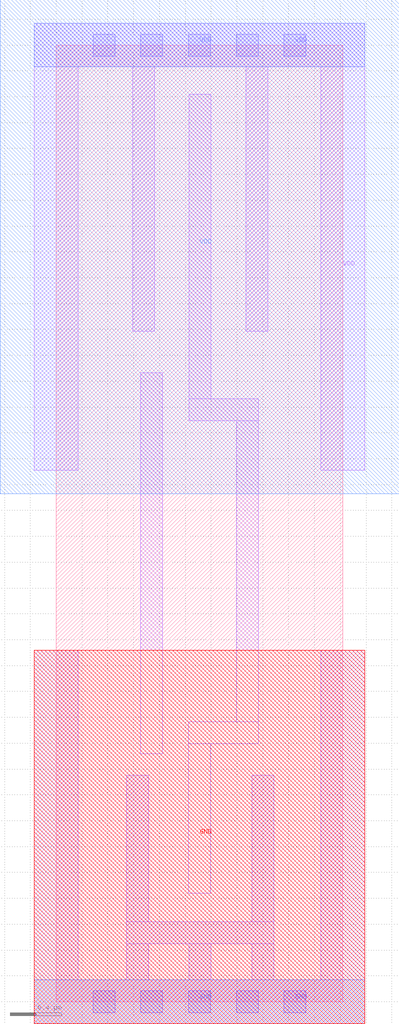
<source format=lef>
VERSION 5.7 ;
  NOWIREEXTENSIONATPIN ON ;
  DIVIDERCHAR "/" ;
  BUSBITCHARS "[]" ;

MACRO INVX1
  CLASS CORE ;
  FOREIGN INVX1 ;
  ORIGIN 0.000 0.000 ;
  SIZE 2.220 BY 7.400 ;
  SYMMETRY X Y R90 ;
  SITE unitrh ;
  PIN VDD
    ANTENNADIFFAREA 4.515000 ;
    PORT
      LAYER nwell ;
        RECT -0.435 3.930 2.655 7.750 ;
      LAYER li1 ;
        RECT -0.170 7.230 2.390 7.570 ;
        RECT -0.170 4.110 0.170 7.230 ;
        RECT 0.590 5.185 0.760 7.230 ;
        RECT 1.470 5.185 1.640 7.230 ;
        RECT 2.050 4.110 2.390 7.230 ;
      LAYER mcon ;
        RECT 0.285 7.315 0.455 7.485 ;
        RECT 0.655 7.315 0.825 7.485 ;
        RECT 1.025 7.315 1.195 7.485 ;
        RECT 1.395 7.315 1.565 7.485 ;
        RECT 1.765 7.315 1.935 7.485 ;
      LAYER met1 ;
        RECT -0.170 7.230 2.390 7.570 ;
    END
  END VDD
  PIN GND
    ANTENNADIFFAREA 4.205150 ;
    PORT
      LAYER pwell ;
        RECT -0.170 -0.170 2.390 2.720 ;
      LAYER li1 ;
        RECT -0.170 0.170 0.170 2.720 ;
        RECT 0.545 0.620 0.715 1.750 ;
        RECT 1.515 0.620 1.685 1.750 ;
        RECT 0.545 0.450 1.685 0.620 ;
        RECT 0.545 0.170 0.715 0.450 ;
        RECT 1.030 0.170 1.200 0.450 ;
        RECT 1.515 0.170 1.685 0.450 ;
        RECT 2.050 0.170 2.390 2.720 ;
        RECT -0.170 -0.170 2.390 0.170 ;
      LAYER mcon ;
        RECT 0.285 -0.085 0.455 0.085 ;
        RECT 0.655 -0.085 0.825 0.085 ;
        RECT 1.025 -0.085 1.195 0.085 ;
        RECT 1.395 -0.085 1.565 0.085 ;
        RECT 1.765 -0.085 1.935 0.085 ;
      LAYER met1 ;
        RECT -0.170 -0.170 2.390 0.170 ;
    END
  END GND
  OBS
      LAYER li1 ;
        RECT 0.655 1.920 0.825 4.865 ;
        RECT 1.030 4.665 1.200 7.020 ;
        RECT 1.030 4.495 1.565 4.665 ;
        RECT 1.395 2.165 1.565 4.495 ;
        RECT 1.025 1.995 1.565 2.165 ;
        RECT 1.025 0.840 1.195 1.995 ;
  END
END INVX1
END LIBRARY

</source>
